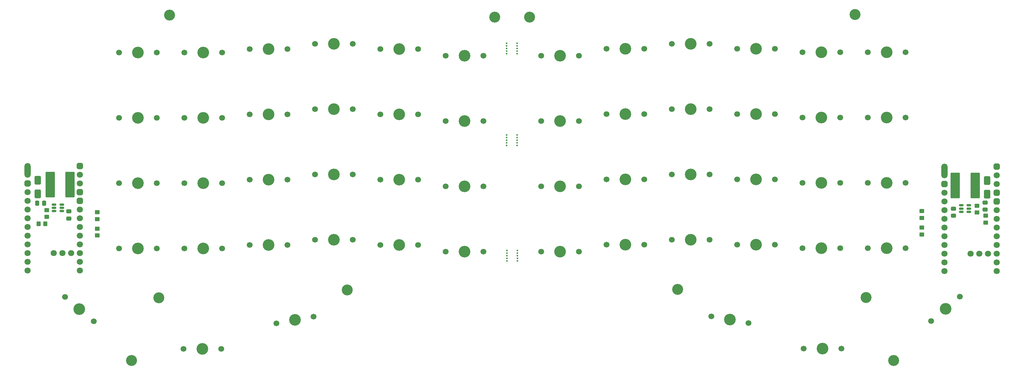
<source format=gbr>
%TF.GenerationSoftware,KiCad,Pcbnew,9.0.0*%
%TF.CreationDate,2026-01-24T15:45:23+11:00*%
%TF.ProjectId,Split Keyboard,53706c69-7420-44b6-9579-626f6172642e,rev?*%
%TF.SameCoordinates,Original*%
%TF.FileFunction,Soldermask,Top*%
%TF.FilePolarity,Negative*%
%FSLAX46Y46*%
G04 Gerber Fmt 4.6, Leading zero omitted, Abs format (unit mm)*
G04 Created by KiCad (PCBNEW 9.0.0) date 2026-01-24 15:45:23*
%MOMM*%
%LPD*%
G01*
G04 APERTURE LIST*
G04 Aperture macros list*
%AMRoundRect*
0 Rectangle with rounded corners*
0 $1 Rounding radius*
0 $2 $3 $4 $5 $6 $7 $8 $9 X,Y pos of 4 corners*
0 Add a 4 corners polygon primitive as box body*
4,1,4,$2,$3,$4,$5,$6,$7,$8,$9,$2,$3,0*
0 Add four circle primitives for the rounded corners*
1,1,$1+$1,$2,$3*
1,1,$1+$1,$4,$5*
1,1,$1+$1,$6,$7*
1,1,$1+$1,$8,$9*
0 Add four rect primitives between the rounded corners*
20,1,$1+$1,$2,$3,$4,$5,0*
20,1,$1+$1,$4,$5,$6,$7,0*
20,1,$1+$1,$6,$7,$8,$9,0*
20,1,$1+$1,$8,$9,$2,$3,0*%
G04 Aperture macros list end*
%ADD10RoundRect,0.250001X-1.099999X-3.499999X1.099999X-3.499999X1.099999X3.499999X-1.099999X3.499999X0*%
%ADD11C,3.200000*%
%ADD12RoundRect,0.250000X-0.450000X0.350000X-0.450000X-0.350000X0.450000X-0.350000X0.450000X0.350000X0*%
%ADD13RoundRect,0.250000X-0.475000X0.337500X-0.475000X-0.337500X0.475000X-0.337500X0.475000X0.337500X0*%
%ADD14RoundRect,0.250001X1.099999X3.499999X-1.099999X3.499999X-1.099999X-3.499999X1.099999X-3.499999X0*%
%ADD15C,0.500000*%
%ADD16RoundRect,0.250000X0.650000X-1.000000X0.650000X1.000000X-0.650000X1.000000X-0.650000X-1.000000X0*%
%ADD17RoundRect,0.250000X0.450000X-0.350000X0.450000X0.350000X-0.450000X0.350000X-0.450000X-0.350000X0*%
%ADD18RoundRect,0.250000X-0.337500X-0.475000X0.337500X-0.475000X0.337500X0.475000X-0.337500X0.475000X0*%
%ADD19RoundRect,0.250000X-0.350000X-0.450000X0.350000X-0.450000X0.350000X0.450000X-0.350000X0.450000X0*%
%ADD20RoundRect,0.150000X-0.512500X-0.150000X0.512500X-0.150000X0.512500X0.150000X-0.512500X0.150000X0*%
%ADD21RoundRect,0.150000X0.512500X0.150000X-0.512500X0.150000X-0.512500X-0.150000X0.512500X-0.150000X0*%
%ADD22C,1.800000*%
%ADD23RoundRect,0.450000X0.450000X0.450000X-0.450000X0.450000X-0.450000X-0.450000X0.450000X-0.450000X0*%
%ADD24O,1.800000X4.340000*%
%ADD25C,1.700000*%
%ADD26C,3.400000*%
G04 APERTURE END LIST*
D10*
%TO.C,L2*%
X302620000Y-73300000D03*
X308420000Y-73300000D03*
%TD*%
D11*
%TO.C,H11*%
X73500000Y-23600000D03*
%TD*%
%TO.C,H4*%
X276610000Y-105960000D03*
%TD*%
D12*
%TO.C,R12*%
X311480000Y-82160000D03*
X311480000Y-84160000D03*
%TD*%
D13*
%TO.C,C5*%
X44100000Y-80862500D03*
X44100000Y-82937500D03*
%TD*%
D11*
%TO.C,H9*%
X62400000Y-124400000D03*
%TD*%
D12*
%TO.C,R1*%
X52400000Y-85912500D03*
X52400000Y-87912500D03*
%TD*%
D13*
%TO.C,C8*%
X311330000Y-78292500D03*
X311330000Y-80367500D03*
%TD*%
D14*
%TO.C,L1*%
X44500000Y-73100000D03*
X38700000Y-73100000D03*
%TD*%
D15*
%TO.C,H1*%
X171820000Y-61610000D03*
X174820000Y-61610000D03*
X174820000Y-60860000D03*
X171820000Y-60848000D03*
X171820000Y-60098000D03*
X174820000Y-60098000D03*
X171820000Y-59348000D03*
X174820000Y-59348000D03*
X171820000Y-58574000D03*
X174820000Y-58574000D03*
%TD*%
D11*
%TO.C,H3*%
X70400000Y-106100000D03*
%TD*%
%TO.C,H10*%
X178495000Y-24200000D03*
%TD*%
D12*
%TO.C,R3*%
X52400000Y-81100000D03*
X52400000Y-83100000D03*
%TD*%
D16*
%TO.C,D55*%
X35100000Y-75800000D03*
X35100000Y-71800000D03*
%TD*%
D11*
%TO.C,H5*%
X125300000Y-103800000D03*
%TD*%
D16*
%TO.C,D56*%
X311920000Y-75860000D03*
X311920000Y-71860000D03*
%TD*%
D17*
%TO.C,R9*%
X37700000Y-82500000D03*
X37700000Y-80500000D03*
%TD*%
D18*
%TO.C,C7*%
X34862500Y-78500000D03*
X36937500Y-78500000D03*
%TD*%
D11*
%TO.C,H12*%
X221660000Y-103630000D03*
%TD*%
D17*
%TO.C,R4*%
X292895000Y-82800000D03*
X292895000Y-80800000D03*
%TD*%
D11*
%TO.C,H7*%
X168300000Y-24200000D03*
%TD*%
%TO.C,H6*%
X273370000Y-23425000D03*
%TD*%
D19*
%TO.C,R11*%
X35300000Y-84500000D03*
X37300000Y-84500000D03*
%TD*%
D15*
%TO.C,H2*%
X171910000Y-95302000D03*
X174910000Y-95302000D03*
X174910000Y-94552000D03*
X171910000Y-94540000D03*
X171910000Y-93790000D03*
X174910000Y-93790000D03*
X171910000Y-93040000D03*
X174910000Y-93040000D03*
X171910000Y-92266000D03*
X174910000Y-92266000D03*
%TD*%
D20*
%TO.C,U7*%
X39825000Y-78900000D03*
X39825000Y-79850000D03*
X39825000Y-80800000D03*
X42100000Y-80800000D03*
X42100000Y-79850000D03*
X42100000Y-78900000D03*
%TD*%
D15*
%TO.C,H15*%
X171840000Y-34856000D03*
X174840000Y-34856000D03*
X174840000Y-34106000D03*
X171840000Y-34094000D03*
X171840000Y-33344000D03*
X174840000Y-33344000D03*
X171840000Y-32594000D03*
X174840000Y-32594000D03*
X171840000Y-31820000D03*
X174840000Y-31820000D03*
%TD*%
D13*
%TO.C,C6*%
X302090000Y-80062500D03*
X302090000Y-82137500D03*
%TD*%
D11*
%TO.C,H8*%
X284670000Y-124375000D03*
%TD*%
D17*
%TO.C,R2*%
X292895000Y-87600000D03*
X292895000Y-85600000D03*
%TD*%
D21*
%TO.C,U8*%
X306627500Y-81010000D03*
X306627500Y-80060000D03*
X306627500Y-79110000D03*
X304352500Y-79110000D03*
X304352500Y-80060000D03*
X304352500Y-81010000D03*
%TD*%
D12*
%TO.C,R10*%
X308940000Y-79210000D03*
X308940000Y-81210000D03*
%TD*%
D22*
%TO.C,U9*%
X47310000Y-70150000D03*
X47310000Y-72690000D03*
D23*
X47310000Y-75230000D03*
X47310000Y-77770000D03*
D22*
X47310000Y-80310000D03*
X47310000Y-82850000D03*
X47310000Y-85390000D03*
X47310000Y-87930000D03*
X47310000Y-90470000D03*
X47310000Y-93010000D03*
X47310000Y-95550000D03*
X47310000Y-98090000D03*
D24*
X32070000Y-68880000D03*
D23*
X32070000Y-72690000D03*
D22*
X32070000Y-75230000D03*
X32070000Y-77770000D03*
X32070000Y-80310000D03*
X32070000Y-82850000D03*
X32070000Y-85390000D03*
X32070000Y-87930000D03*
X32070000Y-90470000D03*
X32070000Y-93010000D03*
X32070000Y-95550000D03*
X32070000Y-98090000D03*
X44770000Y-93010000D03*
X42230000Y-93010000D03*
X39690000Y-93010000D03*
D23*
X47310000Y-67610000D03*
D22*
X32070000Y-67610000D03*
%TD*%
D25*
%TO.C,SW31*%
X107837218Y-90650000D03*
D26*
X102337218Y-90650000D03*
D25*
X96837218Y-90650000D03*
%TD*%
%TO.C,SW3*%
X145937218Y-33500000D03*
D26*
X140437218Y-33500000D03*
D25*
X134937218Y-33500000D03*
%TD*%
%TO.C,SW35*%
X69737218Y-91650000D03*
D26*
X64237218Y-91650000D03*
D25*
X58737218Y-91650000D03*
%TD*%
%TO.C,SW45*%
X269045000Y-91625000D03*
D26*
X263545000Y-91625000D03*
D25*
X258045000Y-91625000D03*
%TD*%
%TO.C,SW53*%
X115500000Y-111600000D03*
D26*
X110083558Y-112555065D03*
D25*
X104667116Y-113510130D03*
%TD*%
%TO.C,SW19*%
X192845000Y-54525000D03*
D26*
X187345000Y-54525000D03*
D25*
X181845000Y-54525000D03*
%TD*%
%TO.C,SW34*%
X88787218Y-72600000D03*
D26*
X83287218Y-72600000D03*
D25*
X77787218Y-72600000D03*
%TD*%
%TO.C,SW12*%
X288095000Y-34475000D03*
D26*
X282595000Y-34475000D03*
D25*
X277095000Y-34475000D03*
%TD*%
%TO.C,SW27*%
X145937218Y-90650000D03*
D26*
X140437218Y-90650000D03*
D25*
X134937218Y-90650000D03*
%TD*%
%TO.C,SW47*%
X288095000Y-91625000D03*
D26*
X282595000Y-91625000D03*
D25*
X277095000Y-91625000D03*
%TD*%
%TO.C,SW32*%
X107837218Y-71600000D03*
D26*
X102337218Y-71600000D03*
D25*
X96837218Y-71600000D03*
%TD*%
%TO.C,SW9*%
X88787218Y-34500000D03*
D26*
X83287218Y-34500000D03*
D25*
X77787218Y-34500000D03*
%TD*%
%TO.C,SW49*%
X51413245Y-112935332D03*
D26*
X47200000Y-109400000D03*
D25*
X42986755Y-105864668D03*
%TD*%
%TO.C,SW17*%
X88787218Y-53550000D03*
D26*
X83287218Y-53550000D03*
D25*
X77787218Y-53550000D03*
%TD*%
%TO.C,SW29*%
X126887218Y-89150000D03*
D26*
X121387218Y-89150000D03*
D25*
X115887218Y-89150000D03*
%TD*%
%TO.C,SW44*%
X249995000Y-71575000D03*
D26*
X244495000Y-71575000D03*
D25*
X238995000Y-71575000D03*
%TD*%
%TO.C,SW54*%
X242322654Y-113423525D03*
D26*
X236906211Y-112468460D03*
D25*
X231489768Y-111513395D03*
%TD*%
%TO.C,SW14*%
X145937218Y-52550000D03*
D26*
X140437218Y-52550000D03*
D25*
X134937218Y-52550000D03*
%TD*%
%TO.C,SW4*%
X211895000Y-33475000D03*
D26*
X206395000Y-33475000D03*
D25*
X200895000Y-33475000D03*
%TD*%
%TO.C,SW1*%
X164987218Y-35500000D03*
D26*
X159487218Y-35500000D03*
D25*
X153987218Y-35500000D03*
%TD*%
%TO.C,SW18*%
X69737218Y-53550000D03*
D26*
X64237218Y-53550000D03*
D25*
X58737218Y-53550000D03*
%TD*%
%TO.C,SW13*%
X164987218Y-54550000D03*
D26*
X159487218Y-54550000D03*
D25*
X153987218Y-54550000D03*
%TD*%
%TO.C,SW26*%
X164987218Y-73600000D03*
D26*
X159487218Y-73600000D03*
D25*
X153987218Y-73600000D03*
%TD*%
%TO.C,SW43*%
X249995000Y-90625000D03*
D26*
X244495000Y-90625000D03*
D25*
X238995000Y-90625000D03*
%TD*%
%TO.C,SW50*%
X304003013Y-105778063D03*
D26*
X299789769Y-109313395D03*
D25*
X295576525Y-112848727D03*
%TD*%
%TO.C,SW41*%
X230945000Y-89125000D03*
D26*
X225445000Y-89125000D03*
D25*
X219945000Y-89125000D03*
%TD*%
%TO.C,SW25*%
X164987218Y-92650000D03*
D26*
X159487218Y-92650000D03*
D25*
X153987218Y-92650000D03*
%TD*%
%TO.C,SW36*%
X69737218Y-72600000D03*
D26*
X64237218Y-72600000D03*
D25*
X58737218Y-72600000D03*
%TD*%
%TO.C,SW42*%
X230945000Y-70075000D03*
D26*
X225445000Y-70075000D03*
D25*
X219945000Y-70075000D03*
%TD*%
%TO.C,SW7*%
X230945000Y-31975000D03*
D26*
X225445000Y-31975000D03*
D25*
X219945000Y-31975000D03*
%TD*%
%TO.C,SW52*%
X269389769Y-120913395D03*
D26*
X263889769Y-120913395D03*
D25*
X258389769Y-120913395D03*
%TD*%
%TO.C,SW37*%
X192845000Y-92625000D03*
D26*
X187345000Y-92625000D03*
D25*
X181845000Y-92625000D03*
%TD*%
%TO.C,SW24*%
X288095000Y-53525000D03*
D26*
X282595000Y-53525000D03*
D25*
X277095000Y-53525000D03*
%TD*%
%TO.C,SW20*%
X211895000Y-52525000D03*
D26*
X206395000Y-52525000D03*
D25*
X200895000Y-52525000D03*
%TD*%
%TO.C,SW11*%
X269045000Y-34475000D03*
D26*
X263545000Y-34475000D03*
D25*
X258045000Y-34475000D03*
%TD*%
%TO.C,SW6*%
X107837218Y-33500000D03*
D26*
X102337218Y-33500000D03*
D25*
X96837218Y-33500000D03*
%TD*%
%TO.C,SW2*%
X192845000Y-35475000D03*
D26*
X187345000Y-35475000D03*
D25*
X181845000Y-35475000D03*
%TD*%
%TO.C,SW22*%
X249995000Y-52525000D03*
D26*
X244495000Y-52525000D03*
D25*
X238995000Y-52525000D03*
%TD*%
%TO.C,SW51*%
X88600000Y-121000000D03*
D26*
X83100000Y-121000000D03*
D25*
X77600000Y-121000000D03*
%TD*%
%TO.C,SW30*%
X126887218Y-70100000D03*
D26*
X121387218Y-70100000D03*
D25*
X115887218Y-70100000D03*
%TD*%
%TO.C,SW5*%
X126887218Y-32000000D03*
D26*
X121387218Y-32000000D03*
D25*
X115887218Y-32000000D03*
%TD*%
%TO.C,SW39*%
X211895000Y-90625000D03*
D26*
X206395000Y-90625000D03*
D25*
X200895000Y-90625000D03*
%TD*%
%TO.C,SW40*%
X211895000Y-71575000D03*
D26*
X206395000Y-71575000D03*
D25*
X200895000Y-71575000D03*
%TD*%
%TO.C,SW8*%
X249995000Y-33475000D03*
D26*
X244495000Y-33475000D03*
D25*
X238995000Y-33475000D03*
%TD*%
%TO.C,SW28*%
X145937218Y-71600000D03*
D26*
X140437218Y-71600000D03*
D25*
X134937218Y-71600000D03*
%TD*%
%TO.C,SW21*%
X230945000Y-51025000D03*
D26*
X225445000Y-51025000D03*
D25*
X219945000Y-51025000D03*
%TD*%
%TO.C,SW23*%
X269045000Y-53525000D03*
D26*
X263545000Y-53525000D03*
D25*
X258045000Y-53525000D03*
%TD*%
%TO.C,SW46*%
X269045000Y-72575000D03*
D26*
X263545000Y-72575000D03*
D25*
X258045000Y-72575000D03*
%TD*%
%TO.C,SW48*%
X288095000Y-72575000D03*
D26*
X282595000Y-72575000D03*
D25*
X277095000Y-72575000D03*
%TD*%
%TO.C,SW10*%
X69737218Y-34500000D03*
D26*
X64237218Y-34500000D03*
D25*
X58737218Y-34500000D03*
%TD*%
%TO.C,SW33*%
X88787218Y-91650000D03*
D26*
X83287218Y-91650000D03*
D25*
X77787218Y-91650000D03*
%TD*%
%TO.C,SW16*%
X107837218Y-52550000D03*
D26*
X102337218Y-52550000D03*
D25*
X96837218Y-52550000D03*
%TD*%
%TO.C,SW38*%
X192845000Y-73575000D03*
D26*
X187345000Y-73575000D03*
D25*
X181845000Y-73575000D03*
%TD*%
%TO.C,SW15*%
X126887218Y-51050000D03*
D26*
X121387218Y-51050000D03*
D25*
X115887218Y-51050000D03*
%TD*%
D22*
%TO.C,U10*%
X299440000Y-67840000D03*
D23*
X314680000Y-67840000D03*
D22*
X307060000Y-93240000D03*
X309600000Y-93240000D03*
X312140000Y-93240000D03*
X299440000Y-98320000D03*
X299440000Y-95780000D03*
X299440000Y-93240000D03*
X299440000Y-90700000D03*
X299440000Y-88160000D03*
X299440000Y-85620000D03*
X299440000Y-83080000D03*
X299440000Y-80540000D03*
X299440000Y-78000000D03*
X299440000Y-75460000D03*
D23*
X299440000Y-72920000D03*
D24*
X299440000Y-69110000D03*
D22*
X314680000Y-98320000D03*
X314680000Y-95780000D03*
X314680000Y-93240000D03*
X314680000Y-90700000D03*
X314680000Y-88160000D03*
X314680000Y-85620000D03*
X314680000Y-83080000D03*
X314680000Y-80540000D03*
D23*
X314680000Y-78000000D03*
X314680000Y-75460000D03*
D22*
X314680000Y-72920000D03*
X314680000Y-70380000D03*
%TD*%
M02*

</source>
